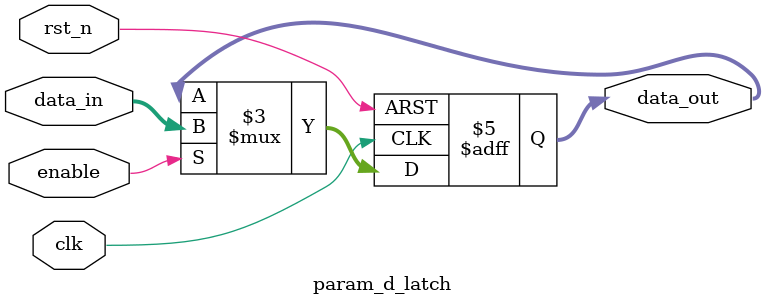
<source format=sv>
module param_d_latch #(
    parameter WIDTH = 8
)(
    input wire clk,
    input wire rst_n,
    input wire [WIDTH-1:0] data_in,
    input wire enable,
    output reg [WIDTH-1:0] data_out
);

    // Single stage implementation with optimized enable logic
    always @(posedge clk or negedge rst_n) begin
        if (!rst_n) begin
            data_out <= {WIDTH{1'b0}};
        end else if (enable) begin
            data_out <= data_in;
        end
    end

endmodule
</source>
